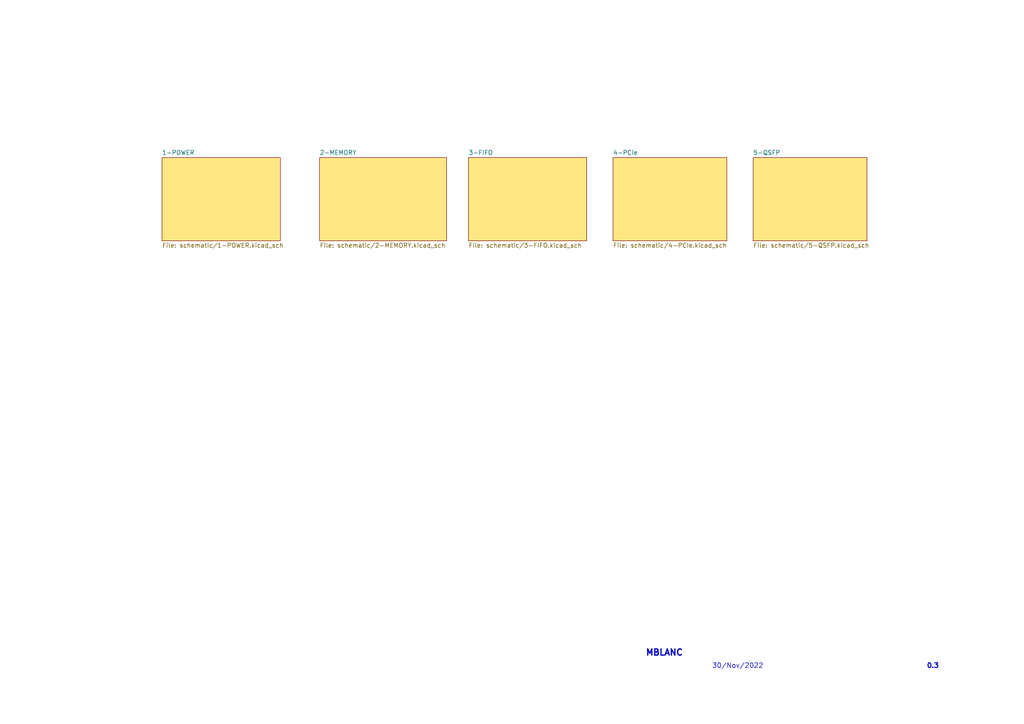
<source format=kicad_sch>
(kicad_sch (version 20221126) (generator eeschema)
  (paper "A4")
  (lib_symbols)
  (text "30/Nov/2022" (at 206.502 194.056 0) (effects (font (size 1.4 1.4)) (justify left bottom)))
  (text "0.3\n" (at 268.732 194.056 0) (effects (font (size 1.4 1.4) (thickness 0.28) bold) (justify left bottom)))
  (text "MBLANC" (at 187.198 190.5 0) (effects (font (size 1.8 1.8) (thickness 0.36) bold) (justify left bottom)))
  (sheet (at 177.8 45.72) (size 33.02 24.13) (stroke (width 0.1524)) (fill (color 255 231 132 1.0000))
    (property "Sheetname" "4-PCIe" (at 177.8 45.0084 0) (effects (justify left bottom)))
    (property "Sheetfile" "schematic/4-PCIe.kicad_sch" (at 177.8 70.4346 0) (effects (justify left top)))
  )
  (sheet (at 92.71 45.72) (size 36.83 24.13) (stroke (width 0.1524)) (fill (color 255 231 132 1.0000))
    (property "Sheetname" "2-MEMORY" (at 92.71 45.0084 0) (effects (justify left bottom)))
    (property "Sheetfile" "schematic/2-MEMORY.kicad_sch" (at 92.71 70.4346 0) (effects (justify left top)))
  )
  (sheet (at 135.89 45.72) (size 34.29 24.13) (stroke (width 0.1524)) (fill (color 255 231 132 1.0000))
    (property "Sheetname" "3-FIFO" (at 135.89 45.0084 0) (effects (justify left bottom)))
    (property "Sheetfile" "schematic/3-FIFO.kicad_sch" (at 135.89 70.4346 0) (effects (justify left top)))
  )
  (sheet (at 218.44 45.72) (size 33.02 24.13) (stroke (width 0.1524)) (fill (color 255 231 132 1.0000))
    (property "Sheetname" "5-QSFP" (at 218.44 45.0084 0) (effects (justify left bottom)))
    (property "Sheetfile" "schematic/5-QSFP.kicad_sch" (at 218.44 70.4346 0) (effects (justify left top)))
  )
  (sheet (at 46.99 45.72) (size 34.29 24.13) (stroke (width 0.1524)) (fill (color 255 231 132 1.0000))
    (property "Sheetname" "1-POWER" (at 46.99 45.0084 0) (effects (justify left bottom)))
    (property "Sheetfile" "schematic/1-POWER.kicad_sch" (at 46.99 70.4346 0) (effects (justify left top)))
  )
)
</source>
